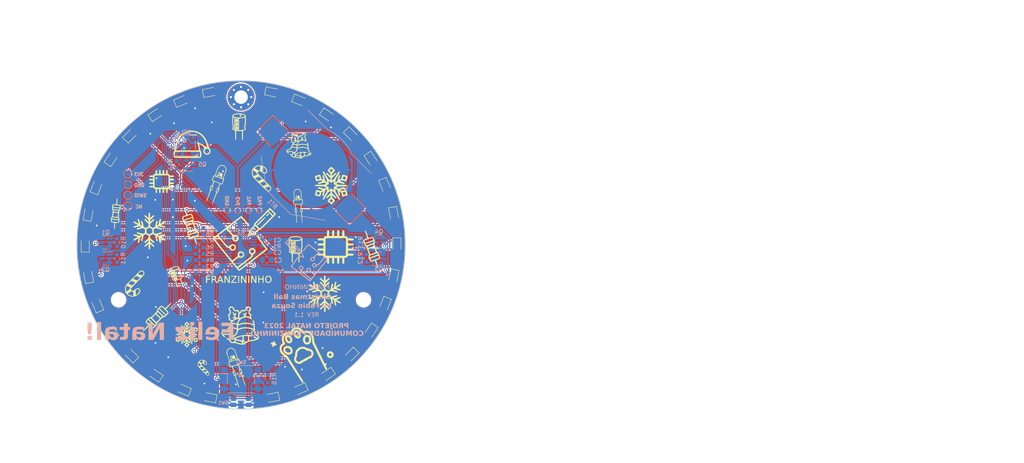
<source format=kicad_pcb>
(kicad_pcb (version 20221018) (generator pcbnew)
  (layers (0 "F.Cu" signal) (31 "B.Cu" signal) (34 "B.Paste" user) (35 "F.Paste" user) (36 "B.SilkS" user "B.Silkscreen") (37 "F.SilkS" user "F.Silkscreen") (38 "B.Mask" user) (39 "F.Mask" user) (44 "Edge.Cuts" user))
  (net 0 "")
  (net 1 "+3V3")
  (net 2 "GND")
  (net 3 "Net-(U1-PC3)")
  (net 4 "Net-(U1-PC4)")
  (net 5 "Net-(U1-PC5)")
  (net 6 "Net-(U1-PC6)")
  (net 7 "Net-(U1-PC7)")
  (net 8 "Net-(U1-NRST{slash}PD7)")
  (net 9 "Net-(U1-PC0)")
  (net 10 "Net-(U1-PC1)")
  (net 11 "Net-(U1-PC2)")
  (net 12 "SWIO")
  (net 13 "L1")
  (net 14 "Net-(D1-K)")
  (net 15 "L2")
  (net 16 "L3")
  (net 17 "L4")
  (net 18 "L5")
  (net 19 "L6")
  (net 20 "L7")
  (net 21 "L8")
  (net 22 "Net-(D10-K)")
  (net 23 "Net-(D16-K)")
  (net 24 "Net-(D23-K)")
  (net 25 "Net-(Q1-B)")
  (net 26 "Net-(Q2-B)")
  (net 27 "Net-(Q3-B)")
  (net 28 "Net-(Q4-B)")
  (net 29 "C1")
  (net 30 "C2")
  (net 31 "C3")
  (net 32 "C4")
  (net 34 "Net-(Q5-B)")
  (net 35 "Net-(BZ1-+)")
  (net 36 "BZR")
  (net 37 "BT")
  (net 38 "PA1")
  (net 39 "PA2")
  (footprint "LED_SMD:LED_0805_2012Metric" (layer "F.Cu") (at 107.95 133.1754 -157)
    (fp_text reference "D17" hide)
    (fp_text value "e17-21SURC/S530-A3/TR8" hide)
  )
  (footprint "LED_SMD:LED_0805_2012Metric" (layer "F.Cu") (at 124.841 78.74 -56)
    (fp_text reference "D26" hide)
    (fp_text value "e17-21SURC/S530-A3/TR8" hide)
  )
  (footprint "MountingHole:MountingHole_3.2mm_M3" (layer "F.Cu") (at 123 112)
    (fp_text reference "FURO2" hide)
    (fp_text value "MountingHole_3.2mm_M3" hide)
  )
  (footprint "LED_SMD:LED_0805_2012Metric" (layer "F.Cu") (at 63.2968 78.5368 56)
    (fp_text reference "D5" hide)
    (fp_text value "e17-21SURC/S530-A3/TR8" hide)
  )
  (footprint "MountingHole:MountingHole_3.2mm_M3" (layer "F.Cu") (at 65 112)
    (fp_text reference "FURO1" hide)
    (fp_text value "MountingHole_3.2mm_M3" hide)
  )
  (footprint "LED_SMD:LED_0805_2012Metric" (layer "F.Cu") (at 57.0992 99.0115 90)
    (fp_text reference "D8" hide)
    (fp_text value "e17-21SURC/S530-A3/TR8" hide)
  )
  (footprint "LED_SMD:LED_0805_2012Metric" (layer "F.Cu") (at 130.9116 99.0092 -90)
    (fp_text reference "D23" hide)
    (fp_text value "e17-21SURC/S530-A3/TR8" hide)
  )
  (footprint "LED_SMD:LED_0805_2012Metric" (layer "F.Cu") (at 120.0912 125.095 -135)
    (fp_text reference "D19" hide)
    (fp_text value "NCD0805G1" hide)
  )
  (footprint "LED_SMD:LED_0805_2012Metric" (layer "F.Cu") (at 114.427 129.7178 -146)
    (fp_text reference "D18" hide)
    (fp_text value "D-B080508B1-KS2" hide)
  )
  (footprint "LED_SMD:LED_0805_2012Metric" (layer "F.Cu") (at 101.3206 135.1534 -169)
    (fp_text reference "D16" hide)
    (fp_text value "NCD0805G1" hide)
  )
  (footprint "LED_SMD:LED_0805_2012Metric" (layer "F.Cu") (at 130.1242 106.5276 -101)
    (fp_text reference "D22" hide)
    (fp_text value "NCD0805G1" hide)
  )
  (footprint "LED_SMD:LED_0805_2012Metric" (layer "F.Cu") (at 120.0912 72.898 -45)
    (fp_text reference "D27" hide)
    (fp_text value "D-B080508B1-KS2" hide)
  )
  (footprint "LED_SMD:LED_0805_2012Metric" (layer "F.Cu") (at 67.7926 73.025 45)
    (fp_text reference "D4" hide)
    (fp_text value "D-B080508B1-KS2" hide)
  )
  (footprint "LED_SMD:LED_0805_2012Metric" (layer "F.Cu") (at 114.4778 68.3006 -34)
    (fp_text reference "D28" hide)
    (fp_text value "NCD0805G1" hide)
  )
  (footprint "LED_SMD:LED_0805_2012Metric" (layer "F.Cu") (at 101.3968 62.8396 -11)
    (fp_text reference "D30" hide)
    (fp_text value "D-B080508B1-KS2" hide)
  )
  (footprint "MountingHole:MountingHole_3.2mm_M3_Pad_Via" (layer "F.Cu") (at 94 64)
    (fp_text reference "REF**" hide)
    (fp_text value "MountingHole_3.2mm_M3_Pad_Via" hide)
  )
  (footprint "LED_SMD:LED_0805_2012Metric" (layer "F.Cu") (at 59.944 113.1824 113)
    (fp_text reference "D10" hide)
    (fp_text value "D-B080508B1-KS2" hide)
  )
  (footprint "LED_SMD:LED_0805_2012Metric" (layer "F.Cu") (at 128.0922 113.1062 -112)
    (fp_text reference "D21" hide)
    (fp_text value "D-B080508B1-KS2" hide)
  )
  (footprint "LED_SMD:LED_0805_2012Metric" (layer "F.Cu") (at 86.6648 62.8396 11)
    (fp_text reference "D1" hide)
    (fp_text value "D-B080508B1-KS2" hide)
  )
  (footprint "LED_SMD:LED_0805_2012Metric" (layer "F.Cu") (at 79.9338 64.897 23)
    (fp_text reference "D2" hide)
    (fp_text value "e17-21SURC/S530-A3/TR8" hide)
  )
  (footprint "LED_SMD:LED_0805_2012Metric" (layer "F.Cu") (at 67.9196 125.0925 135)
    (fp_text reference "D12" hide)
    (fp_text value "NCD0805G1" hide)
  )
  (footprint "LED_SMD:LED_0805_2012Metric" (layer "F.Cu") (at 73.8632 68.072 34)
    (fp_text reference "D3" hide)
    (fp_text value "NCD0805G1" hide)
  )
  (footprint "LED_SMD:LED_0805_2012Metric" (layer "F.Cu") (at 63.3984 119.5832 124)
    (fp_text reference "D11" hide)
    (fp_text value "e17-21SURC/S530-A3/TR8" hide)
  )
  (footprint "LED_SMD:LED_0805_2012Metric" (layer "F.Cu") (at 57.8358 91.5924 79)
    (fp_text reference "D7" hide)
    (fp_text value "D-B080508B1-KS2" hide)
  )
  (footprint "LED_SMD:LED_0805_2012Metric" (layer "F.Cu") (at 124.7394 119.4308 -124)
    (fp_text reference "D20" hide)
    (fp_text value "e17-21SURC/S530-A3/TR8" hide)
  )
  (footprint "LED_SMD:LED_0805_2012Metric" (layer "F.Cu") (at 107.8738 64.7954 -22)
    (fp_text reference "D29" hide)
    (fp_text value "e17-21SURC/S530-A3/TR8" hide)
  )
  (footprint "LED_SMD:LED_0805_2012Metric" (layer "F.Cu") (at 57.8307 106.3244 101)
    (fp_text reference "D9" hide)
    (fp_text value "NCD0805G1" hide)
  )
  (footprint "LED_SMD:LED_0805_2012Metric" (layer "F.Cu") (at 59.7694 85.217 68)
    (fp_text reference "D6" hide)
    (fp_text value "NCD0805G1" hide)
  )
  (footprint "Library:natal-franzininho" (layer "F.Cu") (at 93.972697 99.106635)
    (fp_text reference "G***" hide)
    (fp_text value "LOGO" hide)
  )
  (footprint "LED_SMD:LED_0805_2012Metric" (layer "F.Cu") (at 73.66 129.7686 146)
    (fp_text reference "D13" hide)
    (fp_text value "D-B080508B1-KS2" hide)
  )
  (footprint "LED_SMD:LED_0805_2012Metric" (layer "F.Cu") (at 128.1176 84.9376 -67)
    (fp_text reference "D25" hide)
    (fp_text value "NCD0805G1" hide)
  )
  (footprint "LED_SMD:LED_0805_2012Metric" (layer "F.Cu") (at 86.487 135.128 169)
    (fp_text reference "D15" hide)
    (fp_text value "NCD0805G1" hide)
  )
  (footprint "LED_SMD:LED_0805_2012Metric" (layer "F.Cu") (at 130.175 91.7194 -79)
    (fp_text reference "D24" hide)
    (fp_text value "D-B080508B1-KS2" hide)
  )
  (footprint "LED_SMD:LED_0805_2012Metric" (layer "F.Cu") (at 80.3148 133.2706 158)
    (fp_text reference "D14" hide)
    (fp_text value "e17-21SURC/S530-A3/TR8" hide)
  )
  (footprint "TestPoint:TestPoint_Pad_D1.0mm" (layer "B.Cu") (at 93.218 90.805 90)
    (fp_text reference "J7" hide)
    (fp_text value "Conn_01x01_Pin" hide)
  )
  (footprint "Resistor_SMD:R_0603_1608Metric_Pad0.98x0.95mm_HandSolder" (layer "B.Cu") (at 84.154 101.092 180)
    (fp_text reference "R5")
    (fp_text value "1K" hide)
  )
  (footprint "Library:PassiveBuzzerSMD_JiangsuHuaneng_MLT-5030" (layer "B.Cu") (at 80.6675 75.439 180)
    (fp_text reference "BZ1")
    (fp_text value "MLT-5030" hide)
  )
  (footprint "Resistor_SMD:R_0603_1608Metric_Pad0.98x0.95mm_HandSolder" (layer "B.Cu") (at 84.1775 102.616 180)
    (fp_text reference "R4")
    (fp_text value "1K" hide)
  )
  (footprint "Resistor_SMD:R_0603_1608Metric_Pad0.98x0.95mm_HandSolder" (layer "B.Cu") (at 99.9925 99.213 180)
    (fp_text reference "R1")
    (fp_text value "10K" hide)
  )
  (footprint "TestPoint:TestPoint_Pad_D1.0mm" (layer "B.Cu") (at 98.298 90.805 90)
    (fp_text reference "J5" hide)
    (fp_text value "Conn_01x01_Pin" hide)
  )
  (footprint "Resistor_SMD:R_0603_1608Metric_Pad0.98x0.95mm_HandSolder" (layer "B.Cu") (at 84.1775 104.14 180)
    (fp_text reference "R3")
    (fp_text value "1K" hide)
  )
  (footprint "Resistor_SMD:R_0603_1608Metric_Pad0.98x0.95mm_HandSolder" (layer "B.Cu") (at 84.154 96.52 180)
    (fp_text reference "R8")
    (fp_text value "1K" hide)
  )
  (footprint "TestPoint:TestPoint_Pad_D1.5mm" (layer "B.Cu") (at 67.183 89.789 -135)
    (fp_text reference "J1" hide)
    (fp_text value "Conn_01x01_Pin" hide)
  )
  (footprint "TestPoint:TestPoint_Pad_D1.5mm" (layer "B.Cu") (at 67.183 87.249 180)
    (fp_text reference "J4" hide)
    (fp_text value "Conn_01x01_Pin" hide)
  )
  (footprint "Resistor_SMD:R_0603_1608Metric_Pad0.98x0.95mm_HandSolder" (layer "B.Cu") (at 84.154 94.996 180)
    (fp_text reference "R9")
    (fp_text value "1K" hide)
  )
  (footprint "Capacitor_SMD:C_0603_1608Metric_Pad1.08x0.95mm_HandSolder" (layer "B.Cu") (at 99.969 100.737)
    (fp_text reference "C3")
    (fp_text value "100nF" hide)
  )
  (footprint "Resistor_SMD:R_0603_1608Metric_Pad0.98x0.95mm_HandSolder" (layer "B.Cu") (at 123.795 98.4015 -90)
    (fp_text reference "R13")
    (fp_text value "1K")
  )
  (footprint "Resistor_SMD:R_0603_1608Metric_Pad0.98x0.95mm_HandSolder" (layer "B.Cu") (at 78.74 80.01 -90)
    (fp_text reference "R14")
    (fp_text value "1K" hide)
  )
  (footprint "Resistor_SMD:R_0603_1608Metric_Pad0.98x0.95mm_HandSolder" (layer "B.Cu") (at 123.698 102.1455 -90)
    (fp_text reference "R12")
    (fp_text value "1K")
  )
  (footprint "TestPoint:TestPoint_Pad_D1.0mm" (layer "B.Cu") (at 90.678 90.805 90)
    (fp_text reference "J8" hide)
    (fp_text value "Conn_01x01_Pin" hide)
  )
  (footprint "Package_TO_SOT_SMD:SOT-23" (layer "B.Cu") (at 61.8975 102.235 180)
    (fp_text reference "Q2")
    (fp_text value "BC817" hide)
  )
  (footprint "Package_TO_SOT_SMD:SOT-23" (layer "B.Cu") (at 126.6675 102.235)
    (fp_text reference "Q3")
    (fp_text value "BC817" hide)
  )
  (footprint "Resistor_SMD:R_0603_1608Metric_Pad0.98x0.95mm_HandSolder" (layer "B.Cu") (at 100.33 130.683 90)
    (fp_text reference "R15")
    (fp_text value "10K" hide)
  )
  (footprint "Battery:BatteryHolder_Keystone_3002_1x2032" (layer "B.Cu") (at 110.617 81.28 135)
    (fp_text reference "BT1")
    (fp_text value "BC-2001" hide)
  )
  (footprint "Package_TO_SOT_SMD:SOT-23" (layer "B.Cu") (at 61.8975 98.425 180)
    (fp_text reference "Q1")
    (fp_text value "BC817" hide)
  )
  (footprint "Package_SO:TSSOP-20_4.4x6.5mm_P0.65mm" (layer "B.Cu") (at 94 100 180)
    (fp_text reference "U1")
    (fp_text value "CH32V003F4P6" hide)
  )
  (footprint "TestPoint:TestPoint_Pad_D1.5mm" (layer "B.Cu") (at 67.183 84.709 180)
    (fp_text reference "J3" hide)
    (fp_text value "Conn_01x01_Pin" hide)
  )
  (footprint "TestPoint:TestPoint_Pad_D1.5mm" (layer "B.Cu") (at 67.183 82.169 180)
    (fp_text reference "J2" hide)
    (fp_text value "Conn_01x01_Pin" hide)
  )
  (footprint "Resistor_SMD:R_0603_1608Metric_Pad0.98x0.95mm_HandSolder" (layer "B.Cu") (at 84.1775 105.664 180)
    (fp_text reference "R2")
    (fp_text value "1K" hide)
  )
  (footprint "Capacitor_SMD:C_0805_2012Metric_Pad1.18x1.45mm_HandSolder" (layer "B.Cu") (at 100.096 102.515)
    (fp_text reference "C2")
    (fp_text value "10uF" hide)
  )
  (footprint "Package_TO_SOT_SMD:SOT-23" (layer "B.Cu") (at 81.9375 79.95)
    (fp_text reference "Q5")
    (fp_text value "MMBT3906" hide)
  )
  (footprint "Resistor_SMD:R_0603_1608Metric_Pad0.98x0.95mm_HandSolder" (layer "B.Cu") (at 84.154 99.568 180)
    (fp_text reference "R6")
    (fp_text value "1K" hide)
  )
  (footprint "Button_Switch_SMD:SW_Push_1P1T_NO_6x6mm_H9.5mm" (layer "B.Cu") (at 93.98 130.81 180)
    (fp_text reference "SW2")
    (fp_text value "SW_Push" hide)
  )
  (footprint "Resistor_SMD:R_0603_1608Metric_Pad0.98x0.95mm_HandSolder" (layer "B.Cu") (at 84.154 98.044 180)
    (fp_text reference "R7")
    (fp_text value "1K" hide)
  )
  (footprint "Library:logoFranzininho_15x15" (layer "B.Cu") (at 109.784018 103.197014 180)
    (fp_text reference "G***" hide)
    (fp_text value "LOGO" hide)
  )
  (footprint "Button_Switch_SMD:SW_SPST_EVQP7A" (layer "B.Cu") (at 93.98 136.144 180)
    (fp_text reference "SW1")
    (fp_text value "SW_Push" hide)
  )
  (footprint "Resistor_SMD:R_0603_1608Metric_Pad0.98x0.95mm_HandSolder" (layer "B.Cu") (at 64.643 98.4015 90)
    (fp_text reference "R10")
    (fp_text value "1K" hide)
  )
  (footprint "Resistor_SMD:R_0603_1608Metric_Pad0.98x0.95mm_HandSolder" (layer "B.Cu") (at 64.643 102.2115 90)
    (fp_text reference "R11")
    (fp_text value "1K" hide)
  )
  (footprint "Capacitor_SMD:C_0603_1608Metric_Pad1.08x0.95mm_HandSolder" (layer "B.Cu") (at 99.9925 97.689 180)
    (fp_text reference "C1")
    (fp_text value "100nF" hide)
  )
  (footprint "Package_TO_SOT_SMD:SOT-23" (layer "B.Cu") (at 126.6675 98.298)
    (fp_text reference "Q4")
    (fp_text value "BC817" hide)
  )
  (footprint "TestPoint:TestPoint_Pad_D1.0mm" (layer "B.Cu") (at 95.758 90.805 90)
    (fp_text reference "J6" hide)
    (fp_text value "Conn_01x01_Pin" hide)
  )
  (gr_circle (center 94 99) (end 132.9 99) (stroke (width 0.2)) (fill none) (layer "Edge.Cuts"))
  (gr_text "GND" (at 90.17 89.916 -90) (layer "B.SilkS") (effects (font (size 0.8 0.8) (thickness 0.2) bold) (justify left bottom mirror)))
  (gr_text "PROJETO NATAL 2023" (at 109.4994 118.9228) (layer "B.SilkS") (effects (font (size 1.2 1.2) (thickness 0.25) bold) (justify bottom mirror)))
  (gr_text "3V3" (at 71.0438 82.7532) (layer "B.SilkS") (effects (font (size 0.8 0.8) (thickness 0.2) bold) (justify left bottom mirror)))
  (gr_text "by Fábio Souza" (at 115.4938 114.1476) (layer "B.SilkS") (effects (font (size 1.2 1.2) (thickness 0.2) bold) (justify left bottom mirror)))
  (gr_text "PA1" (at 95.377 89.789 -90) (layer "B.SilkS") (effects (font (size 0.8 0.8) (thickness 0.2) bold) (justify left bottom mirror)))
  (gr_text "3V3" (at 92.71 89.916 -90) (layer "B.SilkS") (effects (font (size 0.8 0.8) (thickness 0.2) bold) (justify left bottom mirror)))
  (gr_text "PA2" (at 97.917 89.789 -90) (layer "B.SilkS") (effects (font (size 0.8 0.8) (thickness 0.2) bold) (justify left bottom mirror)))
  (gr_text "NC" (at 70.739 90.424) (layer "B.SilkS") (effects (font (size 0.8 0.8) (thickness 0.2) bold) (justify left bottom mirror)))
  (gr_text "Christmas Ball" (at 115.3668 112.0394) (layer "B.SilkS") (effects (font (size 1.2 1.2) (thickness 0.2) bold) (justify left bottom mirror)))
  (gr_text "SWIO" (at 71.755 87.757) (layer "B.SilkS") (effects (font (size 0.8 0.8) (thickness 0.2) bold) (justify left bottom mirror)))
  (gr_text "COMUNIDADE FRANZININHO" (at 109.6518 120.7262) (layer "B.SilkS") (effects (font (size 1.2 1.2) (thickness 0.25) bold) (justify bottom mirror)))
  (gr_text "Feliz Natal!" (at 92.6846 122.174) (layer "B.SilkS") (effects (font (size 4 4) (thickness 0.25) bold) (justify left bottom mirror)))
  (gr_text "GND" (at 71.247 85.344) (layer "B.SilkS") (effects (font (size 0.8 0.8) (thickness 0.2) bold) (justify left bottom mirror)))
  (gr_text "REV 1.1" (at 112.5474 116.1288) (layer "B.SilkS") (effects (font (size 1 1)) (justify left bottom mirror)))
  (segment (start 120.9122 89.0868) (end 120.9122 78.5142) (width 0.25) (layer "B.Cu") (net 1))
  (segment (start 76.3771 72.4222) (end 78.7914 72.4222) (width 0.25) (layer "B.Cu") (net 1))
  (segment (start 100.8407 100.7278) (end 100.8315 100.737) (width 0.25) (layer "B.Cu") (net 1))
  (segment (start 120.9122 78.5142) (end 114.4154 72.0174) (width 0.25) (layer "B.Cu") (net 1))
  (segment (start 81.8108 75.4416) (end 81.8108 76.3121) (width 0.25) (layer "B.Cu") (net 1))
  (segment (start 100.905 99.213) (end 100.905 100.664) (width 0.254) (layer "B.Cu") (net 1))
  (segment (start 128.9925 104.597864) (end 128.778 104.383364) (width 0.381) (layer "B.Cu") (net 1))
  (segment (start 128.778 100.163528) (end 129.203 99.738527) (width 0.381) (layer "B.Cu") (net 1))
  (segment (start 99.334 102.515) (end 99.0585 102.515) (width 0.25) (layer "B.Cu") (net 1))
  (segment (start 128.529436 105.7158) (end 128.9925 105.252736) (width 0.381) (layer "B.Cu") (net 1))
  (segment (start 128.778 104.383364) (end 128.778 100.163528) (width 0.381) (layer "B.Cu") (net 1))
  (segment (start 82.5579 75.565) (end 88.206 75.565) (width 0.25) (layer "B.Cu") (net 1))
  (segment (start 81 77.1229) (end 81.8108 76.3121) (width 0.25) (layer "B.Cu") (net 1))
  (segment (start 104.0251 126.0754) (end 104.0251 105.6522) (width 0.25) (layer "B.Cu") (net 1))
  (segment (start 104.0251 105.6522) (end 102.88195 104.50905) (width 0.381) (layer "B.Cu") (net 1))
  (segment (start 67.183 82.169) (end 67.183 81.6163) (width 0.25) (layer "B.Cu") (net 1))
  (segment (start 104.0251 105.6522) (end 104.0887 105.7158) (width 0.381) (layer "B.Cu") (net 1))
  (segment (start 129.203 99.738527) (end 129.203 97.3776) (width 0.381) (layer "B.Cu") (net 1))
  (segment (start 100.905 100.664) (end 100.8503 100.7187) (width 0.254) (layer "B.Cu") (net 1))
  (segment (start 99.334 102.388) (end 99.334 102.515) (width 0.25) (layer "B.Cu") (net 1))
  (segment (start 100.8412 100.7278) (end 100.832 100.737) (width 0.254) (layer "B.Cu") (net 1))
  (segment (start 100.8503 100.7187) (end 100.8412 100.7278) (width 0.254) (layer "B.Cu") (net 1))
  (segment (start 102.1319 103.759) (end 99.187 103.759) (width 0.381) (layer "B.Cu") (net 1))
  (segment (start 100.8315 100.737) (end 102.007 100.737) (width 0.25) (layer "B.Cu") (net 1))
  (segment (start 114.4154 72.0174) (end 105.4231 72.0174) (width 0.25) (layer "B.Cu") (net 1))
  (segment (start 129.203 97.3776) (end 120.9122 89.0868) (width 0.381) (layer "B.Cu") (net 1))
  (segment (start 101.566 72.229) (end 93.218 80.577) (width 0.508) (layer "B.Cu") (net 1))
  (segment (start 102.235 103.8621) (end 102.88195 104.50905) (width 0.25) (layer "B.Cu") (net 1))
  (segment (start 67.183 81.6163) (end 76.3771 72.4222) (width 0.25) (layer "B.Cu") (net 1))
  (segment (start 102.235 100.965) (end 102.235 103.8621) (width 0.25) (layer "B.Cu") (net 1))
  (segment (start 93.218 80.577) (end 93.218 90.805) (width 0.508) (layer "B.Cu") (net 1))
  (segment (start 99.3605 102.362) (end 99.334 102.388) (width 0.254) (layer "B.Cu") (net 1))
  (segment (start 99.3599 102.5409) (end 99.334 102.515) (width 0.25) (layer "B.Cu") (net 1))
  (segment (start 99.187 103.759) (end 99.0585 103.6305) (width 0.381) (layer "B.Cu") (net 1))
  (segment (start 101.566 72.229) (end 103.6004 70.1946) (width 0.25) (layer "B.Cu") (net 1))
  (segment (start 100.905 99.213) (end 100.63 99.213) (width 0.254) (layer "B.Cu") (net 1))
  (segment (start 100.8412 100.7278) (end 100.8407 100.7278) (width 0.25) (layer "B.Cu") (net 1))
  (segment (start 81 79) (end 81 77.1229) (width 0.25) (layer "B.Cu") (net 1))
  (segment (start 104.0887 105.7158) (end 128.529436 105.7158) (width 0.381) (layer "B.Cu") (net 1))
  (segment (start 99.4869 102.5409) (end 99.3599 102.5409) (width 0.25) (layer "B.Cu") (net 1))
  (segment (start 88.206 75.565) (end 93.218 80.577) (width 0.25) (layer "B.Cu") (net 1))
  (segment (start 99.3605 102.261) (end 99.3605 102.362) (width 0.254) (layer "B.Cu") (net 1))
  (segment (start 99.0585 103.6305) (end 99.0585 102.515) (width 0.381) (layer "B.Cu") (net 1))
  (segment (start 105.4231 72.0174) (end 103.6004 70.1946) (width 0.25) (layer "B.Cu") (net 1))
  (segment (start 102.88195 104.50905) (end 102.1319 103.759) (width 0.381) (layer "B.Cu") (net 1))
  (segment (start 128.9925 105.252736) (end 128.9925 104.597864) (width 0.381) (layer "B.Cu") (net 1))
  (segment (start 100.33 129.7705) (end 104.0251 126.0754) (width 0.25) (layer "B.Cu") (net 1))
  (segment (start 100.989 100.7187) (end 100.8503 100.7187) (width 0.25) (layer "B.Cu") (net 1))
  (segment (start 99.0585 102.515) (end 98.8185 102.275) (width 0.254) (layer "B.Cu") (net 1))
  (segment (start 78.7914 72.4222) (end 81.8108 75.4416) (width 0.25) (layer "B.Cu") (net 1))
  (segment (start 81.8108 76.3121) (end 82.5579 75.565) (width 0.25) (layer "B.Cu") (net 1))
  (segment (start 102.007 100.737) (end 102.235 100.965) (width 0.25) (layer "B.Cu") (net 1))
  (segment (start 98.8185 102.275) (end 96.8625 102.275) (width 0.254) (layer "B.Cu") (net 1))
  (segment (start 119.668 90.331) (end 120.9122 89.0868) (width 0.25) (layer "B.Cu") (net 1))
  (via (at 77.851 88.265) (size 0.8) (drill 0.4) (layers "F.Cu" "B.Cu") (net 2))
  (via (at 81.28 102.743) (size 0.8) (drill 0.4) (layers "F.Cu" "B.Cu") (net 2))
  (via (at 76.7588 125.603) (size 0.8) (drill 0.4) (layers "F.Cu" "B.Cu") (net 2))
  (via (at 102.997 92.4052) (size 0.8) (drill 0.4) (layers "F.Cu" "B.Cu") (net 2))
  (via (at 99.2632 117.3734) (size 0.8) (drill 0.4) (layers "F.Cu" "B.Cu") (net 2))
  (via (at 85.3186 131.826) (size 0.8) (drill 0.4) (layers "F.Cu" "B.Cu") (net 2))
  (via (at 114.046 127.254) (size 0.8) (drill 0.4) (layers "F.Cu" "B.Cu") (net 2))
  (via (at 73.6854 88.3158) (size 0.8) (drill 0.4) (layers "F.Cu" "B.Cu") (net 2))
  (via (at 77.724 83.439) (size 0.8) (drill 0.4) (layers "F.Cu" "B.Cu") (net 2))
  (via (at 115.2906 71.1708) (size 0.8) (drill 0.4) (layers "F.Cu" "B.Cu") (net 2))
  (via (at 78.1304 70.1802) (size 0.8) (drill 0.4) (layers "F.Cu" "B.Cu") (net 2))
  (via (at 71.9328 101.9302) (size 0.8) (drill 0.4) (layers "F.Cu" "B.Cu") (net 2))
  (via (at 89.7382 81.5594) (size 0.8) (drill 0.4) (layers "F.Cu" "B.Cu") (net 2))
  (via (at 92.8116 132.0038) (size 0.8) (drill 0.4) (layers "F.Cu" "B.Cu") (net 2))
  (via (at 73.8378 113.7158) (size 0.8) (drill 0.4) (layers "F.Cu" "B.Cu") (net 2))
  (via (at 109.3216 69.7738) (size 0.8) (drill 0.4) (layers "F.Cu" "B.Cu") (net 2))
  (via (at 99.3394 110.236) (size 0.8) (drill 0.4) (layers "F.Cu" "B.Cu") (net 2))
  (via (at 80.899 99.314) (size 0.8) (drill 0.4) (layers "F.Cu" "B.Cu") (net 2))
  (via (at 73.9902 83.2358) (size 0.8) (drill 0.4) (layers "F.Cu" "B.Cu") (net 2))
  (via (at 108.4072 128.4986) (size 0.8) (drill 0.4) (layers "F.Cu" "B.Cu") (net 2))
  (via (at 77.851 92.456) (size 0.8) (drill 0.4) (layers "F.Cu" "B.Cu") (net 2))
  (via (at 111.633 98.425) (size 0.8) (drill 0.4) (layers "F.Cu" "B.Cu") (net 2))
  (via (at 109.6518 109.982) (size 0.8) (drill 0.4) (layers "F.Cu" "B.Cu") (net 2))
  (via (at 83.1342 66.6496) (size 0.8) (drill 0.4) (layers "F.Cu" "B.Cu") (net 2))
  (via (at 73.7616 122.1994) (size 0.8) (drill 0.4) (layers "F.Cu" "B.Cu") (net 2))
  (via (at 72.517 72.6694) (size 0.8) (drill 0.4) (layers "F.Cu" "B.Cu") (net 2))
  (via (at 87.0712 69.977) (size 0.8) (drill 0.4) (layers "F.Cu" "B.Cu") (net 2))
  (via (at 59.817 94.4118) (size 0.8) (drill 0.4) (layers "F.Cu" "B.Cu") (net 2))
  (via (at 80.518 76.073) (size 0.8) (drill 0.4) (layers "F.Cu" "B.Cu") (net 2))
  (via (at 93.8784 68.3768) (size 0.8) (drill 0.4) (layers "F.Cu" "B.Cu") (net 2))
  (via (at 82.423 108.712) (size 0.8) (drill 0.4) (layers "F.Cu" "B.Cu") (net 2))
  (via (at 121.158 97.155) (size 0.8) (drill 0.4) (layers "F.Cu" "B.Cu") (net 2))
  (via (at 83.058 88.519) (size 0.8) (drill 0.4) (layers "F.Cu" "B.Cu") (net 2))
  (segment (start 62.835 106.2015) (end 62.835 103.185) (width 0.25) (layer "B.Cu") (net 2))
  (segment (start 62.835 99.375) (end 62.3217 99.375) (width 0.25) (layer "B.Cu") (net 2))
  (segment (start 87.9445 131.311) (end 62.835 106.2015) (width 0.25) (layer "B.Cu") (net 2))
  (segment (start 93.9694 94.0964) (end 93.9694 98.8142) (width 0.25) (layer "B.Cu") (net 2))
  (segment (start 99.1065 100.737) (end 100.884 102.515) (width 0.254) (layer "B.Cu") (net 2))
  (segment (start 82.6175 77.089) (end 82.6175 77.8659) (width 0.25) (layer "B.Cu") (net 2))
  (segment (start 97.955 134.7928) (end 95.8838 136.864) (width 0.25) (layer "B.Cu") (net 2))
  (segment (start 128.6875 99.525) (end 128.6875 97.9161) (width 0.25) (layer "B.Cu") (net 2))
  (segment (start 110.617 85.3486) (end 110.617 81.28) (width 0.25) (layer "B.Cu") (net 2))
  (segment (start 110.617 85.3486) (end 99.3193 85.3486) (width 0.25) (layer "B.Cu") (net 2))
  (segment (start 63.8085 98.4015) (end 62.835 99.375) (width 0.25) (layer "B.Cu") (net 2))
  (segment (start 94.3833 91.7987) (end 93.4925 92.6895) (width 0.25) (layer "B.Cu") (net 2))
  (segment (start 99.3193 85.3486) (end 94.3833 90.2846) (width 0.25) (layer "B.Cu") (net 2))
  (segment (start 88.9622 130.0848) (end 88.9622 130.9104) (width 0.25) (layer "B.Cu") (net 2))
  (segment (start 92.5625 92.6895) (end 90.678 90.805) (width 0.25) (layer "B.Cu") (net 2))
  (segment (start 65.026 98.4015) (end 63.8085 98.4015) (width 0.25) (layer "B.Cu") (net 2))
  (segment (start 99.903 99.9405) (end 99.1065 100.737) (width 0.25) (layer "B.Cu") (net 2))
  (segment (start 65.4458 86.4462) (end 65.4458 97.9817) (width 0.25) (layer "B.Cu") (net 2))
  (segment (start 121.1554 95.887) (end 110.617 85.3486) (width 0.25) (layer "B.Cu") (net 2))
  (segment (start 62.2909 106.7456) (end 62.835 106.2015) (width 0.25) (layer "B.Cu") (net 2))
  (segment (start 88.8973 130.9753) (end 88.5616 131.311) (width 0.25) (layer "B.Cu") (net 2))
  (segment (start 90.678 85.9264) (end 90.678 90.805) (width 0.25) (layer "B.Cu") (net 2))
  (segment (start 59.845 101.8517) (end 59.845 106.1037) (width 0.25) (layer "B.Cu") (net 2))
  (segment (start 95.8838 136.864) (end 95.78 136.864) (width 0.25) (layer "B.Cu") (net 2))
  (segment (start 100.884 102.515) (end 101.1335 102.515) (width 0.254) (layer "B.Cu") (net 2))
  (segment (start 92.5625 92.6895) (end 93.9694 94.0964) (width 0.25) (layer "B.Cu") (net 2))
  (segment (start 60.4869 106.7456) (end 62.2909 106.7456) (width 0.25) (layer "B.Cu") (net 2))
  (segment (start 88.9622 130.9104) (end 88.8973 130.9753) (width 0.25) (layer "B.Cu") (net 2))
  (segment (start 101.1335 102.515) (end 101.134 102.515) (width 0.254) (layer "B.Cu") (net 2))
  (segment (start 82.6175 77.8659) (end 90.678 85.9264) (width 0.25) (layer "B.Cu") (net 2))
  (segment (start 124.269 95.887) (end 121.1554 95.887) (width 0.25) (layer "B.Cu") (net 2))
  (segment (start 94.3833 90.2846) (end 94.3833 91.7987) (width 0.25) (layer "B.Cu") (net 2))
  (segment (start 125.73 101.285) (end 126.9275 101.285) (width 0.25) (layer "B.Cu") (net 2))
  (segment (start 93.9694 98.8142) (end 96.1302 100.975) (width 0.25) (layer "B.Cu") (net 2))
  (segment (start 90.005 132.0831) (end 88.8973 130.9753) (width 0.25) (layer "B.Cu") (net 2))
  (segment (start 88.5616 131.311) (end 87.9445 131.311) (width 0.25) (layer "B.Cu") (net 2))
  (segment (start 62.3217 99.375) (end 59.845 101.8517) (width 0.25) (layer "B.Cu") (net 2))
  (segment (start 88.9031 130.0257) (end 88.9622 130.0848) (width 0.25) (layer "B.Cu") (net 2))
  (segment (start 67.183 84.709) (end 65.4458 86.4462) (width 0.25) (layer "B.Cu") (net 2))
  (segment (start 90.005 133.06) (end 90.005 132.0831) (width 0.25) (layer "B.Cu") (net 2))
  (segment (start 126.9275 101.285) (end 128.6875 99.525) (width 0.25) (layer "B.Cu") (net 2))
  (segment (start 128.1194 97.348) (end 125.73 97.348) (width 0.25) (layer "B.Cu") (net 2))
  (segment (start 92.18 136.864) (end 92.0716 136.864) (width 0.25) (layer "B.Cu") (net 2))
  (segment (start 96.1302 100.975) (end 88.9031 108.2021) (width 0.25) (layer "B.Cu") (net 2))
  (segment (start 92.0716 136.864) (end 90.005 134.7974) (width 0.25) (layer "B.Cu") (net 2))
  (segment (start 99.903 98.641) (end 99.903 99.9405) (width 0.25) (layer "B.Cu") (net 2))
  (segment (start 100.855 97.689) (end 99.903 98.641) (width 0.25) (layer "B.Cu") (net 2))
  (segment (start 88.9031 108.2021) (end 88.9031 130.0257) (width 0.25) (layer "B.Cu") (net 2))
  (segment (start 125.73 97.348) (end 124.269 95.887) (width 0.25) (layer "B.Cu") (net 2))
  (segment (start 95.78 136.864) (end 92.18 136.864) (width 0.25) (layer "B.Cu") (net 2))
  (segment (start 93.4925 92.6895) (end 92.5625 92.6895) (width 0.25) (layer "B.Cu") (net 2))
  (segment (start 96.8625 100.975) (end 96.1302 100.975) (width 0.25) (layer "B.Cu") (net 2))
  (segment (start 97.955 133.06) (end 97.955 134.7928) (width 0.25) (layer "B.Cu") (net 2))
  (segment (start 96.8625 100.975) (end 98.8685 100.975) (width 0.254) (layer "B.Cu") (net 2))
  (segment (start 128.6875 97.9161) (end 128.1194 97.348) (width 0.25) (layer "B.Cu") (net 2))
  (segment (start 65.4458 97.9817) (end 65.026 98.4015) (width 0.25) (layer "B.Cu") (net 2))
  (segment (start 59.845 106.1037) (end 60.4869 106.7456) (width 0.25) (layer "B.Cu") (net 2))
  (segment (start 90.005 134.7974) (end 90.005 133.06) (width 0.25) (layer "B.Cu") (net 2))
  (segment (start 98.8685 100.975) (end 99.1065 100.737) (width 0.254) (layer "B.Cu") (net 2))
  (segment (start 85.0795 101.079) (end 85.0665 101.092) (width 0.254) (layer "B.Cu") (net 3))
  (segment (start 85.6477 101.625) (end 91.1375 101.625) (width 0.25) (layer "B.Cu") (net 3))
  (segment (start 85.0952 101.0725) (end 85.0795 101.079) (width 0.254) (layer "B.Cu") (net 3))
  (segment (start 85.1109 101.066) (end 85.0952 101.0725) (width 0.254) (layer "B.Cu") (net 3))
  (segment (start 85.0952 101.0725) (end 85.6477 101.625) (width 0.25) (layer "B.Cu") (net 3))
  (segment (start 86.4735 100.975) (end 85.0665 99.568) (width 0.25) (layer "B.Cu") (net 4))
  (segment (start 91.1375 100.975) (end 86.4735 100.975) (width 0.25) (layer "B.Cu") (net 4))
  (segment (start 91.1375 100.325) (end 87.3475 100.325) (width 0.25) (layer "B.Cu") (net 5))
  (segment (start 87.3475 100.325) (end 85.0665 98.044) (width 0.25) (layer "B.Cu") (net 5))
  (segment (start 91.1375 99.675) (end 88.2215 99.675) (width 0.25) (layer "B.Cu") (net 6))
  (segment (start 88.2215 99.675) (end 85.0665 96.52) (width 0.25) (layer "B.Cu") (net 6))
  (segment (start 89.0955 99.025) (end 85.0665 94.996) (width 0.25) (layer "B.Cu") (net 7))
  (segment (start 91.1375 99.025) (end 89.0955 99.025) (width 0.25) (layer "B.Cu") (net 7))
  (segment (start 99.08 99.213) (end 99.08 97.739) (width 0.254) (layer "B.Cu") (net 8))
  (segment (start 99.08 97.739) (end 99.13 97.689) (width 0.254) (layer "B.Cu") (net 8))
  (segment (start 99.044 97.603) (end 99.13 97.689) (width 0.254) (layer "B.Cu") (net 8))
  (segment (start 99.08 99.213) (end 98.892 99.025) (width 0.254) (layer "B.Cu") (net 8))
  (segment (start 98.892 99.025) (end 96.8625 99.025) (width 0.254) (layer "B.Cu") (net 8))
  (segment (start 96.8856 103.7626) (end 88.1517 103.7626) (width 0.25) (layer "F.Cu") (net 9))
  (via (at 88.1517 103.7626) (size 0.8) (drill 0.4) (layers "F.Cu" "B.Cu") (net 9))
  (via (at 96.8856 103.7626) (size 0.8) (drill 0.4) (layers "F.Cu" "B.Cu") (net 9))
  (segment (start 85.09 105.664) (end 86.2503 105.664) (width 0.25) (layer "B.Cu") (net 9))
  (segment (start 96.8625 102.925) (end 96.8856 102.9481) (width 0.25) (layer "B.Cu") (net 9))
  (segment (start 86.2503 105.664) (end 88.1517 103.7626) (width 0.25) (layer "B.Cu") (net 9))
  (segment (start 96.8856 102.9481) (end 96.8856 103.7626) (width 0.25) (layer "B.Cu") (net 9))
  (segment (start 86.305 102.925) (end 85.09 104.14) (width 0.25) (layer "B.Cu") (net 10))
  (segment (start 91.1375 102.925) (end 86.305 102.925) (width 0.25) (layer "B.Cu") (net 10))
  (segment (start 91.1375 102.275) (end 85.431 102.275) (width 0.25) (layer "B.Cu") (net 11))
  (segment (start 85.431 102.275) (end 85.09 102.616) (width 0.25) (layer "B.Cu") (net 11))
  (segment (start 78.3976 73.3725) (end 79.0098 73.9847) (width 0.25) (layer "B.Cu") (net 12))
  (segment (start 78.6136 75.8429) (end 77.7033 75.8429) (width 0.25) (layer "B.Cu") (net 12))
  (segment (start 77.2415 76.3047) (end 77.2415 81.7393) (width 0.25) (layer "B.Cu") (net 12))
  (segment (start 79.0098 75.4467) (end 78.6136 75.8429) (width 0.25) (layer "B.Cu") (net 12))
  (segment (start 90.4309 98.375) (end 91.1375 98.375) (width 0.25) (layer "B.Cu") (net 12))
  (segment (start 77.2415 81.7393) (end 80.8379 85.3357) (width 0.25) (layer "B.Cu") (net 12))
  (segment (start 80.8379 88.782) (end 90.4309 98.375) (width 0.25) (layer "B.Cu") (net 12))
  (segment (start 67.183 87.249) (end 75.3166 79.1154) (width 0.25) (layer "B.Cu") (net 12))
  (segment (start 75.3166 74.8929) (end 76.837 73.3725) (width 0.25) (layer "B.Cu") (net 12))
  (segment (start 79.0098 73.9847) (end 79.0098 75.4467) (width 0.25) (layer "B.Cu") (net 12))
  (segment (start 76.837 73.3725) (end 78.3976 73.3725) (width 0.25) (layer "B.Cu") (net 12))
  (segment (start 80.8379 85.3357) (end 80.8379 88.782) (width 0.25) (layer "B.Cu") (net 12))
  (segment (start 75.3166 79.1154) (end 75.3166 74.8929) (width 0.25) (layer "B.Cu") (net 12))
  (segment (start 77.7033 75.8429) (end 77.2415 76.3047) (width 0.25) (layer "B.Cu") (net 12))
  (segment (start 96.012 69.723) (end 98.679 67.056) (width 0.25) (layer "F.Cu") (net 13))
  (segment (start 131.3693 106.1415) (end 131.3693 105.1927) (width 0.25) (layer "F.Cu") (net 13))
  (segment (start 98.679 67.056) (end 98.679 62.3139) (width 0.25) (layer "F.Cu") (net 13))
  (segment (start 129.9413 107.4471) (end 130.0637 107.4471) (width 0.25) (layer "F.Cu") (net 13))
  (segment (start 98.679 62.3139) (end 99.441 61.5519) (width 0.25) (layer "F.Cu") (net 13))
  (segment (start 87.585075 62.660717) (end 87.585075 66.757075) (width 0.25) (layer "F.Cu") (net 13))
  (segment (start 100.9501 61.5519) (end 99.441 61.5519) (width 0.25) (layer "F.Cu") (net 13))
  (segment (start 90.551 69.723) (end 96.012 69.723) (width 0.25) (layer "F.Cu") (net 13))
  (segment (start 57.8617 105.191) (end 57.6478 105.4049) (width 0.25) (layer "F.Cu") (net 13))
  (segment (start 77.263 105.191) (end 57.8617 105.191) (width 0.25) (layer "F.Cu") (net 13))
  (segment (start 78.111 74.1141) (end 87.585075 64.640025) (width 0.25) (layer "F.Cu") (net 13))
  (segment (start 102.3163 62.9181) (end 100.9501 61.5519) (width 0.25) (layer "F.Cu") (net 13))
  (segment (start 127.8883 104.1918) (end 126.8891 105.191) (width 0.25) (layer "F.Cu") (net 13))
  (segment (start 87.585075 64.640025) (end 87.585075 62.660717) (width 0.25) (layer "F.Cu") (net 13))
  (segment (start 130.0637 107.4471) (end 131.3693 106.1415) (width 0.25) (layer "F.Cu") (net 13))
  (segment (start 87.585075 66.757075) (end 90.551 69.723) (width 0.25) (layer "F.Cu") (net 13))
  (segment (start 130.3684 104.1918) (end 127.8883 104.1918) (width 0.25) (layer "F.Cu") (net 13))
  (segment (start 102.3163 63.0225) (end 102.3163 62.9181) (width 0.25) (layer "F.Cu") (net 13))
  (segment (start 126.8891 105.191) (end 77.263 105.191) (width 0.25) (layer "F.Cu") (net 13))
  (segment (start 131.3693 105.1927) (end 130.3684 104.1918) (width 0.25) (layer "F.Cu") (net 13))
  (via (at 77.263 105.191) (size 0.8) (drill 0.4) (layers "F.Cu" "B.Cu") (net 13))
  (via (at 78.111 74.1141) (size 0.8) (drill 0.4) (layers "F.Cu" "B.Cu") (net 13))
  (segment (start 83.265 105.664) (end 83.265 112.3446) (width 0.25) (layer "B.Cu") (net 13))
  (segment (start 76.806 74.0448) (end 78.0417 74.0448) (width 0.25) (layer "B.Cu") (net 13))
  (segment (start 79.1922 115.1542) (end 77.263 113.225) (width 0.25) (layer "B.Cu") (net 13))
  (segment (start 77.263 113.225) (end 77.263 105.191) (width 0.25) (layer "B.Cu") (net 13))
  (segment (start 75.8831 74.9677) (end 76.806 74.0448) (width 0.25) (layer "B.Cu") (net 13))
  (segment (start 83.265 112.3446) (end 80.4554 115.1542) (width 0.25) (layer "B.Cu") (net 13))
  (segment (start 75.8831 103.8111) (end 75.8831 74.9677) (width 0.25) (layer "B.Cu") (net 13))
  (segment (start 77.263 105.191) (end 75.8831 103.8111) (width 0.25) (layer "B.Cu") (net 13))
  (segment (start 80.4554 115.1542) (end 79.1922 115.1542) (width 0.25) (layer "B.Cu") (net 13))
  (segment (start 78.0417 74.0448) (end 78.111 74.1141) (width 0.25) (layer "B.Cu") (net 13))
  (segment (start 62.7186 79.2589) (end 62.776 79.3163) (width 0.25) (layer "F.Cu") (net 14))
  (segment (start 67.1297 72.1632) (end 67.1297 73.6879) (width 0.25) (layer "F.Cu") (net 14))
  (segment (start 80.7713 63.0225) (end 79.0677 64.7261) (width 0.25) (layer "F.Cu") (net 14))
  (segment (start 56.036 98.8858) (end 56.036 94.1288) (width 0.25) (layer "F.Cu") (net 14))
  (segment (start 74.5449 66.0247) (end 73.0837 67.4859) (width 0.25) (layer "F.Cu") (net 14))
  (segment (start 59.0261 83.0662) (end 59.0261 85.6986) (width 0.25) (layer "F.Cu") (net 14))
  (segment (start 79.0677 64.7261) (end 79.0677 65.2558) (width 0.25) (layer "F.Cu") (net 14))
  (segment (start 78.2988 66.0247) (end 74.5449 66.0247) (width 0.25) (layer "F.Cu") (net 14))
  (segment (start 73.0837 68.5928) (end 70.7001 68.5928) (width 0.25) (layer "F.Cu") (net 14))
  (segment (start 62.776 79.3163) (end 59.0261 83.0662) (width 0.25) (layer "F.Cu") (net 14))
  (segment (start 59.4106 86.0831) (end 56.9464 88.5473) (width 0.25) (layer "F.Cu") (net 14))
  (segment (start 57.0992 99.949) (end 56.036 98.8858) (width 0.25) (layer "F.Cu") (net 14))
  (segment (start 62.7186 77.3531) (end 62.7186 79.2589) (width 0.25) (layer "F.Cu") (net 14))
  (segment (start 56.9464 91.8054) (end 57.6529 92.5119) (width 0.25) (layer "F.Cu") (net 14))
  (segment (start 56.9464 88.5473) (end 56.9464 91.8054) (width 0.25) (layer "F.Cu") (net 14))
  (segment (start 59.0261 85.6986) (end 59.4106 86.0831) (width 0.25) (layer "F.Cu") (net 14))
  (segment (start 67.1297 73.6879) (end 66.3838 73.6879) (width 0.25) (layer "F.Cu") (net 14))
  (segment (start 59.5622 98.6063) (end 58.2195 99.949) (width 0.25) (layer "F.Cu") (net 14))
  (segment (start 58.2195 99.949) (end 57.0992 99.949) (width 0.25) (layer "F.Cu") (net 14))
  (segment (start 70.7001 68.5928) (end 67.1297 72.1632) (width 0.25) (layer "F.Cu") (net 14))
  (segment (start 56.036 94.1288) (end 57.6529 92.5119) (width 0.25) (layer "F.Cu") (net 14))
  (segment (start 85.7453 63.0225) (end 80.7713 63.0225) (width 0.25) (layer "F.Cu") (net 14))
  (segment (start 73.0837 67.4859) (end 73.0837 68.5928) (width 0.25) (layer "F.Cu") (net 14))
  (segment (start 79.0677 65.2558) (end 78.2988 66.0247) (width 0.25) (layer "F.Cu") (net 14))
  (segment (start 66.3838 73.6879) (end 62.7186 77.3531) (width 0.25) (layer "F.Cu") (net 14))
  (via (at 59.5622 98.6063) (size 0.8) (drill 0.4) (layers "F.Cu" "B.Cu") (net 14))
  (segment (start 59.7435 98.425) (end 59.5622 98.6063) (width 0.25) (layer "B.Cu") (net 14))
  (segment (start 60.96 98.425) (end 59.7435 98.425) (width 0.25) (layer "B.Cu") (net 14))
  (segment (start 127.5238 114.1819) (end 127.7334 113.9723) (width 0.25) (layer "F.Cu") (net 15))
  (segment (start 119.0498 116.1796) (end 117.0521 114.1819) (width 0.25) (layer "F.Cu") (net 15))
  (segment (start 117.0521 114.1819) (end 116.1796 114.1819) (width 0.25) (layer "F.Cu") (net 15))
  (segment (start 78.2638 74.841) (end 78.4415 74.841) (width 0.25) (layer "F.Cu") (net 15))
  (segment (start 77.3841 73.8131) (end 77.3841 74.4151) (width 0.25) (layer "F.Cu") (net 15))
  (segment (start 102.0883 71.8058) (end 108.7399 65.1542) (width 0.25) (layer "F.Cu") (net 15))
  (segment (start 126.867365 113.975435) (end 124.6632 116.1796) (width 0.25) (layer "F.Cu") (net 15))
  (segment (start 80.7999 70.3973) (end 77.3841 73.8131) (width 0.25) (layer "F.Cu") (net 15))
  (segment (start 80.7999 64.5382) (end 80.7999 70.3973) (width 0.25) (layer "F.Cu") (net 15))
  (segment (start 127.741006 113.975435) (end 126.867365 113.975435) (width 0.25) (layer "F.Cu") (net 15))
  (segment (start 81.3566 106.1074) (end 89.4311 114.1819) (width 0.25) (layer "F.Cu") (net 15))
  (segment (start 59.57769 112.319427) (end 59.57769 110.44991) (width 0.25) (layer "F.Cu") (net 15))
  (segment (start 81.4767 71.8058) (end 102.0883 71.8058) (width 0.25) (layer "F.Cu") (net 15))
  (segment (start 81.3428 106.1212) (end 81.3566 106.1074) (width 0.25) (layer "F.Cu") (net 15))
  (segment (start 89.4311 114.1819) (end 116.1796 114.1819) (width 0.25) (layer "F.Cu") (net 15))
  (segment (start 124.6632 116.1796) (end 119.0498 116.1796) (width 0.25) (layer "F.Cu") (net 15))
  (segment (start 59.57769 110.44991) (end 63.9064 106.1212) (width 0.25) (layer "F.Cu") (net 15))
  (segment (start 78.4415 74.841) (end 81.4767 71.8058) (width 0.25) (layer "F.Cu") (net 15))
  (segment (start 78.2638 74.841) (end 78.2638 75.116) (width 0.25) (layer "F.Cu") (net 15))
  (segment (start 63.9064 106.1212) (end 81.3428 106.1212) (width 0.25) (layer "F.Cu") (net 15))
  (segment (start 77.81 74.841) (end 78.2638 74.841) (width 0.25) (layer "F.Cu") (net 15))
  (segment (start 77.3841 74.4151) (end 77.81 74.841) (width 0.25) (layer "F.Cu") (net 15))
  (via (at 78.2638 75.116) (size 0.8) (drill 0.4) (layers "F.Cu" "B.Cu") (net 15))
  (via (at 81.3566 106.1074) (size 0.8) (drill 0.4) (layers "F.Cu" "B.Cu") (net 15))
  (segment (start 78.085 75.116) (end 78.2638 75.116) (width 0.25) (layer "B.Cu") (net 15))
  (segment (start 76.9476 74.5423) (end 77.5113 74.5423) (width 0.25) (layer "B.Cu") (net 15))
  (segment (start 80.266 114.6825) (end 79.4147 114.6825) (width 0.25) (layer "B.Cu") (net 15))
  (segment (start 79.4147 114.6825) (end 77.99 113.2578) (width 0.25) (layer "B.Cu") (net 15))
  (segment (start 81.3566 106.0484) (end 81.3566 106.1074) (width 0.25) (layer "B.Cu") (net 15))
  (segment (start 77.5113 74.5423) (end 78.085 75.116) (width 0.25) (layer "B.Cu") (net 15))
  (segment (start 76.3376 75.1523) (end 76.9476 74.5423) (width 0.25) (layer "B.Cu") (net 15))
  (segment (start 77.99 102.5919) (end 76.3376 100.9395) (width 0.25) (layer "B.Cu") (net 15))
  (segment (start 83.265 104.14) (end 81.3566 106.0484) (width 0.25) (layer "B.Cu") (net 15))
  (segment (start 81.3566 113.5919) (end 80.266 114.6825) (width 0.25) (layer "B.Cu") (net 15))
  (segment (start 76.3376 100.9395) (end 76.3376 75.1523) (width 0.25) (layer "B.Cu") (net 15))
  (segment (start 81.3566 106.1074) (end 81.3566 113.5919) (width 0.25) (layer "B.Cu") (net 15))
  (segment (start 77.99 113.2578) (end 77.99 102.5919) (width 0.25) (layer "B.Cu") (net 15))
  (segment (start 78.7436 75.843) (end 81.8789 72.7077) (width 0.25) (layer "F.Cu") (net 16))
  (segment (start 81.8789 72.7077) (end 111.371 72.7077) (width 0.25) (layer "F.Cu") (net 16))
  (segment (start 77.2305 75.2877) (end 77.2295 75.2887) (width 0.25) (layer "F.Cu") (net 16))
  (segment (start 92.4011 120.2103) (end 80.6296 108.4388) (width 0.25) (layer "F.Cu") (net 16))
  (segment (start 74.6427 72.6999) (end 77.2305 75.2877) (width 0.25) (layer "F.Cu") (net 16))
  (segment (start 74.6427 67.5512) (end 74.6427 72.6999) (width 0.25) (layer "F.Cu") (net 16))
  (segment (start 74.4728 108.4388) (end 80.6296 108.4388) (width 0.25) (layer "F.Cu") (net 16))
  (segment (start 62.874157 118.805977) (end 64.105623 118.805977) (width 0.25) (layer "F.Cu") (net 16))
  (segment (start 111.371 72.7077) (end 115.2573 68.8214) (width 0.25) (layer "F.Cu") (net 16))
  (segment (start 124.2186 120.2103) (end 92.4011 120.2103) (width 0.25) (layer "F.Cu") (net 16))
  (segment (start 77.7858 75.843) (end 78.7436 75.843) (width 0.25) (layer "F.Cu") (net 16))
  (segment (start 64.105623 118.805977) (end 74.4728 108.4388) (width 0.25) (layer "F.Cu") (net 16))
  (segment (start 77.2305 75.2877) (end 77.7858 75.843) (width 0.25) (layer "F.Cu") (net 16))
  (via (at 77.2295 75.2887) (size 0.8) (drill 0.4) (layers "F.Cu" "B.Cu") (net 16))
  (via (at 80.6296 108.4388) (size 0.8) (drill 0.4) (layers "F.Cu" "B.Cu") (net 16))
  (segment (start 80.6296 113.6219) (end 80.0562 114.1953) (width 0.25) (layer "B.Cu") (net 16))
  (segment (start 76.7895 100.7523) (end 76.7895 75.7287) (width 0.25) (layer "B.Cu") (net 16))
  (segment (start 83.265 102.616) (end 80.6296 105.2514) (width 0.25) (layer "B.Cu") (net 16))
  (segment (start 78.4419 113.0706) (end 78.4419 102.4047) (width 0.25) (layer "B.Cu") (net 16))
  (segment (start 76.7895 75.7287) (end 77.2295 75.2887) (width 0.25) (layer "B.Cu") (net 16))
  (segment (start 80.6296 108.4388) (end 80.6296 113.6219) (width 0.25) (layer "B.Cu") (net 16))
  (segment (start 80.0562 114.1953) (end 79.5666 114.1953) (width 0.25) (layer "B.Cu") (net 16))
  (segment (start 80.6296 105.2514) (end 80.6296 108.4388) (width 0.25) (layer "B.Cu") (net 16))
  (segment (start 78.4419 102.4047) (end 76.7895 100.7523) (width 0.25) (layer "B.Cu") (net 16))
  (segment (start 79.5666 114.1953) (end 78.4419 113.0706) (width 0.25) (layer "B.Cu") (net 16))
  (segment (start 120.7541 73.5609) (end 120.3706 73.1774) (width 0.25) (layer "F.Cu") (net 17))
  (segment (start 93.1855 125.7579) (end 80.1102 112.6826) (width 0.25) (layer "F.Cu") (net 17))
  (segment (start 120.3706 73.1774) (end 119.635022 73.1774) (width 0.25) (layer "F.Cu") (net 17))
  (segment (start 119.635022 73.1774) (end 119.508835 73.303587) (width 0.25) (layer "F.Cu") (net 17))
  (segment (start 118.513004 73.8378) (end 87.876 73.8378) (width 0.25) (layer "F.Cu") (net 17))
  (segment (start 79.8624 112.4048) (end 79.8624 112.6826) (width 0.25) (layer "F.Cu") (net 17))
  (segment (start 79.6591 84.762) (end 79.1279 85.2932) (width 0.25) (layer "F.Cu") (net 17))
  (segment (start 119.508835 73.303587) (end 119.047217 73.303587) (width 0.25) (layer "F.Cu") (net 17))
  (segment (start 79.0037 112.6826) (end 67.2567 124.4296) (width 0.25) (layer "F.Cu") (net 17))
  (segment (start 79.6591 82.0547) (end 79.6591 84.762) (width 0.25) (layer "F.Cu") (net 17))
  (segment (start 80.1102 112.6826) (end 79.8624 112.6826) (width 0.25) (layer "F.Cu") (net 17))
  (segment (start 79.8624 112.6826) (end 79.0037 112.6826) (width 0.25) (layer "F.Cu") (net 17))
  (segment (start 69.9665 72.3621) (end 68.4555 72.3621) (width 0.25) (layer "F.Cu") (net 17))
  (segment (start 119.4283 125.7579) (end 93.1855 125.7579) (width 0.25) (layer "F.Cu") (net 17))
  (segment (start 79.6591 82.0547) (end 69.9665 72.3621) (width 0.25) (layer "F.Cu") (net 17))
  (segment (start 87.876 73.8378) (end 79.6591 82.0547) (width 0.25) (layer "F.Cu") (net 17))
  (segment (start 119.047217 73.303587) (end 118.513004 73.8378) (width 0.25) (layer "F.Cu") (net 17))
  (via (at 79.1279 85.2932) (size 0.8) (drill 0.4) (layers "F.Cu" "B.Cu") (net 17))
  (via (at 79.8624 112.4048) (size 0.8) (drill 0.4) (layers "F.Cu" "B.Cu") (net 17))
  (segment (start 80.6499 101.092) (end 83.2415 101.092) (width 0.25) (layer "B.Cu") (net 17))
  (segment (start 79.8624 101.8795) (end 80.6499 101.092) (width 0.25) (layer "B.Cu") (net 17))
  (segment (start 79.4305 99.8726) (end 80.6499 101.092) (width 0.25) (layer "B.Cu") (net 17))
  (segment (start 79.8624 112.4048) (end 79.8624 101.8795) (width 0.25) (layer "B.Cu") (net 17))
  (segment (start 79.4305 85.5958) (end 79.4305 99.8726) (width 0.25) (layer "B.Cu") (net 17))
  (segment (start 79.1279 85.2932) (end 79.4305 85.5958) (width 0.25) (layer "B.Cu") (net 17))
  (segment (start 78.2193 86.0201) (end 118.8612 86.0201) (width 0.25) (layer "F.Cu") (net 18))
  (segment (start 72.8805 129.2478) (end 72.8805 126.7371) (width 0.25) (layer "F.Cu") (net 18))
  (segment (start 79.8638 119.7538) (end 79.8638 113.4642) (width 0.25) (layer "F.Cu") (net 18))
  (segment (start 87.2509 127.1409) (end 110.5498 127.1409) (width 0.25) (layer "F.Cu") (net 18))
  (segment (start 118.8612 86.0201) (end 125.3618 79.5195) (width 0.25) (layer "F.Cu") (net 18))
  (segment (start 79.8638 119.7538) (end 87.2509 127.1409) (width 0.25) (layer "F.Cu") (net 18))
  (segment (start 71.518 85.4577) (end 77.6569 85.4577) (width 0.25) (layer "F.Cu") (net 18))
  (segment (start 110.5498 127.1409) (end 113.6475 130.2386) (width 0.25) (layer "F.Cu") (net 18))
  (segment (start 77.6569 85.4577) (end 78.2193 86.0201) (width 0.25) (layer "F.Cu") (net 18))
  (segment (start 63.8176 77.7573) (end 71.518 85.4577) (width 0.25) (layer "F.Cu") (net 18))
  (segment (start 72.8805 126.7371) (end 79.8638 119.7538) (width 0.25) (layer "F.Cu") (net 18))
  (segment (start 79.8638 113.4642) (end 79.8091 113.4095) (width 0.25) (layer "F.Cu") (net 18))
  (via (at 79.8091 113.4095) (size 0.8) (drill 0.4) (layers "F.Cu" "B.Cu") (net 18))
  (via (at 77.6569 85.4577) (size 0.8) (drill 0.4) (layers "F.Cu" "B.Cu") (net 18))
  (segment (start 80.3353 96.6618) (end 83.2415 99.568) (width 0.25) (layer "B.Cu") (net 18))
  (segment (start 78.401 85.4577) (end 78.401 84.9922) (width 0.25) (layer "B.Cu") (net 18))
  (segment (start 78.401 85.4577) (end 77.6569 85.4577) (width 0.25) (layer "B.Cu") (net 18))
  (segment (start 78.9041 112.5045) (end 79.8091 113.4095) (width 0.25) (layer "B.Cu") (net 18))
  (segment (start 78.8522 84.541) (end 79.404 84.541) (width 0.25) (layer "B.Cu") (net 18))
  (segment (start 78.9041 86.0973) (end 78.9041 112.5045) (width 0.25) (layer "B.Cu") (net 18))
  (segment (start 78.401 85.4577) (end 78.401 85.5942) (width 0.25) (layer "B.Cu") (net 18))
  (segment (start 78.401 85.5942) (end 78.9041 86.0973) (width 0.25) (layer "B.Cu") (net 18))
  (segment (start 80.3352 85.4722) (end 80.3352 96.6618) (width 0.25) (layer "B.Cu") (net 18))
  (segment (start 80.3352 96.6618) (end 80.3353 96.6618) (width 0.25) (layer "B.Cu") (net 18))
  (segment (start 78.401 84.9922) (end 78.8522 84.541) (width 0.25) (layer "B.Cu") (net 18))
  (segment (start 79.404 84.541) (end 80.3352 85.4722) (width 0.25) (layer "B.Cu") (net 18))
  (segment (start 103.3357 129.786) (end 83.1325 129.786) (width 0.25) (layer "F.Cu") (net 19))
  (segment (start 128.4764 85.8037) (end 123.6164 90.6637) (width 0.25) (layer "F.Cu") (net 19))
  (segment (start 80.0067 132.9118) (end 79.4487 132.9118) (width 0.25) (layer "F.Cu") (net 19))
  (segment (start 83.1325 129.786) (end 80.0067 132.9118) (width 0.25) (layer "F.Cu") (net 19))
  (segment (start 107.0839 133.5342) (end 103.3357 129.786) (width 0.25) (layer "F.Cu") (net 19))
  (segment (start 83.1325 124.2379) (end 83.1325 129.786) (width 0.25) (layer "F.Cu") (net 19))
  (segment (start 81.1792 90.6637) (end 66.441 90.6637) (width 0.25) (layer "F.Cu") (net 19))
  (segment (start 82.9286 124.034) (end 83.1325 124.2379) (width 0.25) (layer "F.Cu") (net 19))
  (segment (start 66.441 90.6637) (end 60.1282 84.3509) (width 0.25) (layer "F.Cu") (net 19))
  (segment (start 123.6164 90.6637) (end 81.1792 90.6637) (width 0.25) (layer "F.Cu") (net 19))
  (via (at 82.9286 124.034) (size 0.8) (drill 0.4) (layers "F.Cu" "B.Cu") (net 19))
  (via (at 81.1792 90.6637) (size 0.8) (drill 0.4) (layers "F.Cu" "B.Cu") (net 19))
  (segment (start 83.2415 98.044) (end 81.1792 95.9817) (width 0.25) (layer "B.Cu") (net 19))
  (segment (start 84.0882 122.8744) (end 82.9286 124.034) (width 0.25) (layer "B.Cu") (net 19))
  (segment (start 81.1792 95.9817) (end 81.1792 90.6637) (width 0.25) (layer "B.Cu") (net 19))
  (segment (start 84.0882 98.8907) (end 84.0882 122.8744) (width 0.25) (layer "B.Cu") (net 19))
  (segment (start 83.2415 98.044) (end 84.0882 98.8907) (width 0.25) (layer "B.Cu") (net 19))
  (segment (start 86.881 136.3791) (end 87.8053 136.3791) (width 0.25) (layer "F.Cu") (net 20))
  (segment (start 84.1757 94.18) (end 92.4104 94.18) (width 0.25) (layer "F.Cu") (net 20))
  (segment (start 88.2212 130.5428) (end 88.6424 130.964) (width 0.25) (layer "F.Cu") (net 20))
  (segment (start 84.1757 94.18) (end 83.7238 93.7281) (width 0.25) (layer "F.Cu") (net 20))
  (segment (start 83.7238 93.7281) (end 61.0739 93.7281) (width 0.25) (layer "F.Cu") (net 20))
  (segment (start 88.6424 130.964) (end 88.6424 135.3363) (width 0.25) (layer "F.Cu") (net 20))
  (segment (start 85.5675 135.0656) (end 86.881 136.3791) (width 0.25) (layer "F.Cu") (net 20))
  (segment (start 85.5675 134.9451) (end 85.5675 135.0656) (width 0.25) (layer "F.Cu") (net 20))
  (segment (start 92.412 94.1784) (end 128.8184 94.1784) (width 0.25) (layer "F.Cu") (net 20))
  (segment (start 128.8184 94.1784) (end 130.3579 92.6389) (width 0.25) (layer "F.Cu") (net 20))
  (segment (start 61.0739 93.7281) (end 58.0187 90.6729) (width 0.25) (layer "F.Cu") (net 20))
  (segment (start 88.6424 135.3363) (end 100.4011 135.3363) (width 0.25) (layer "F.Cu") (net 20))
  (segment (start 88.6424 135.542) (end 88.6424 135.3363) (width 0.25) (layer "F.Cu") (net 20))
  (segment (start 87.8053 136.3791) (end 88.6424 135.542) (width 0.25) (layer "F.Cu") (net 20))
  (segment (start 92.4104 94.18) (end 92.412 94.1784) (width 0.25) (layer "F.Cu") (net 20))
  (via (at 92.412 94.1784) (size 0.8) (drill 0.4) (layers "F.Cu" "B.Cu") (net 20))
  (via (at 88.2212 130.5428) (size 0.8) (drill 0.4) (layers "F.Cu" "B.Cu") (net 20))
  (via (at 84.1757 94.18) (size 0.8) (drill 0.4) (layers "F.Cu" "B.Cu") (net 20))
  (segment (start 88.2212 130.5428) (end 88.2212 107.1831) (width 0.25) (layer "B.Cu") (net 20))
  (segment (start 92.7316 94.498) (end 92.412 94.1784) (width 0.25) (layer "B.Cu") (net 20))
  (segment (start 88.2212 107.1831) (end 92.7316 102.6727) (width 0.25) (layer "B.Cu") (net 20))
  (segment (start 83.2415 96.52) (end 84.1757 95.5858) (width 0.25) (layer "B.Cu") (net 20))
  (segment (start 84.1757 95.5858) (end 84.1757 94.18) (width 0.25) (layer "B.Cu") (net 20))
  (segment (start 92.7316 102.6727) (end 92.7316 94.498) (width 0.25) (layer "B.Cu") (net 20))
  (segment (start 59.7528 95.4204) (end 81.9094 95.4204) (width 0.25) (layer "F.Cu") (net 21))
  (segment (start 101.6201 99.9711) (end 97.0694 95.4204) (width 0.25) (layer "F.Cu") (net 21))
  (segment (start 130.9116 99.9467) (end 130.8872 99.9711) (width 0.25) (layer "F.Cu") (net 21))
  (segment (start 130.8872 99.9711) (end 101.6201 99.9711) (width 0.25) (layer "F.Cu") (net 21))
  (segment (start 57.0992 98.074) (end 59.7528 95.4204) (width 0.25) (layer "F.Cu") (net 21))
  (segment (start 97.0694 95.4204) (end 81.9094 95.4204) (width 0.25) (layer "F.Cu") (net 21))
  (via (at 81.9094 95.4204) (size 0.8) (drill 0.4) (layers "F.Cu" "B.Cu") (net 21))
  (segment (start 83.2415 94.996) (end 82.3338 94.996) (width 0.25) (layer "B.Cu") (net 21))
  (segment (start 82.3338 94.996) (end 81.9094 95.4204) (width 0.25) (layer "B.Cu") (net 21))
  (segment (start 68.5825 126.4598) (end 72.4731 130.3504) (width 0.25) (layer "F.Cu") (net 22))
  (segment (start 63.9192 120.3627) (end 62.8961 120.3627) (width 0.25) (layer "F.Cu") (net 22))
  (segment (start 72.4731 130.3504) (end 74.3785 130.3504) (width 0.25) (layer "F.Cu") (net 22))
  (segment (start 62.8961 120.3627) (end 60.4222 117.8888) (width 0.25) (layer "F.Cu") (net 22))
  (segment (start 63.9192 122.5812) (end 67.0934 125.7554) (width 0.25) (layer "F.Cu") (net 22))
  (segment (start 81.184035 133.621794) (end 80.236629 134.5692) (width 0.25) (layer "F.Cu") (net 22))
  (segment (start 78.6384 134.239) (end 76.4794 132.08) (width 0.25) (layer "F.Cu") (net 22))
  (segment (start 63.9192 120.3627) (end 63.9192 122.5812) (width 0.25) (layer "F.Cu") (net 22))
  (segment (start 80.8121 133.9982) (end 81.1809 133.6294) (width 0.25) (layer "F.Cu") (net 22))
  (segment (start 75.073243 130.292843) (end 74.437223 130.292843) (width 0.25) (layer "F.Cu") (net 22))
  (segment (start 76.4794 131.699) (end 75.073243 130.292843) (width 0.25) (layer "F.Cu") (net 22))
  (segment (start 60.4222 117.8888) (end 60.4222 114.1679) (width 0.25) (layer "F.Cu") (net 22))
  (segment (start 59.7376 114.0485) (end 58.0136 112.3245) (width 0.25) (layer "F.Cu") (net 22))
  (segment (start 60.3028 114.0485) (end 59.7376 114.0485) (width 0.25) (layer "F.Cu") (net 22))
  (segment (start 80.236629 134.5692) (end 79.6036 134.5692) (width 0.25) (layer "F.Cu") (net 22))
  (segment (start 59.2707 105.9868) (end 58.0136 107.2439) (width 0.25) (layer "F.Cu") (net 22))
  (segment (start 85.8126 133.6294) (end 87.4065 135.2233) (width 0.25) (layer "F.Cu") (net 22))
  (segment (start 79.6036 134.5692) (end 79.2734 134.239) (width 0.25) (layer "F.Cu") (net 22))
  (segment (start 76.4794 132.08) (end 76.4794 131.699) (width 0.25) (layer "F.Cu") (net 22))
  (segment (start 79.2734 134.239) (end 78.6384 134.239) (width 0.25) (layer "F.Cu") (net 22))
  (segment (start 74.3785 130.3504) (end 74.4395 130.2894) (width 0.25) (layer "F.Cu") (net 22))
  (segment (start 60.4222 114.1679) (end 60.3028 114.0485) (width 0.25) (layer "F.Cu") (net 22))
  (segment (start 81.1809 133.6294) (end 85.8126 133.6294) (width 0.25) (layer "F.Cu") (net 22))
  (segment (start 58.0136 112.3245) (end 58.0136 107.2439) (width 0.25) (layer "F.Cu") (net 22))
  (segment (start 67.0934 125.7554) (end 68.5825 125.7554) (width 0.25) (layer "F.Cu") (net 22))
  (segment (start 60.8062 105.9868) (end 59.2707 105.9868) (width 0.25) (layer "F.Cu") (net 22))
  (segment (start 87.4065 135.2233) (end 87.4065 135.3109) (width 0.25) (layer "F.Cu") (net 22))
  (segment (start 68.5825 125.7554) (end 68.5825 126.4598) (width 0.25) (layer "F.Cu") (net 22))
  (via (at 60.8062 105.9868) (size 0.8) (drill 0.4) (layers "F.Cu" "B.Cu") (net 22))
  (segment (start 60.8062 102.3888) (end 60.8062 105.9868) (width 0.25) (layer "B.Cu") (net 22))
  (segment (start 60.96 102.235) (end 60.8062 102.3888) (width 0.25) (layer "B.Cu") (net 22))
  (segment (start 121.511 124.4321) (end 120.7541 124.4321) (width 0.25) (layer "F.Cu") (net 23))
  (segment (start 125.3431 118.6513) (end 125.2602 118.6513) (width 0.25) (layer "F.Cu") (net 23))
  (segment (start 109.3637 132.269) (end 108.8161 132.8166) (width 0.25) (layer "F.Cu") (net 23))
  (segment (start 120.7541 124.4321) (end 120.7541 125.919) (width 0.25) (layer "F.Cu") (net 23))
  (segment (start 108.8161 133.3437) (end 108.8161 132.8166) (width 0.25) (layer "F.Cu") (net 23))
  (segment (start 120.7541 125.919) (end 117.4761 129.197) (width 0.25) (layer "F.Cu") (net 23))
  (segment (start 128.451 112.2401) (end 128.8433 112.6324) (width 0.25) (layer "F.Cu") (net 23))
  (segment (start 113.1409 132.269) (end 109.3637 132.269) (width 0.25) (layer "F.Cu") (net 23))
  (segment (start 128.8301 111.861) (end 128.451 112.2401) (width 0.25) (layer "F.Cu") (net 23))
  (segment (start 128.8433 112.6324) (end 128.8433 115.1511) (width 0.25) (layer "F.Cu") (net 23))
  (segment (start 125.3431 120.6) (end 121.511 124.4321) (width 0.25) (layer "F.Cu") (net 23))
  (segment (start 128.8433 115.1511) (end 125.3431 118.6513) (width 0.25) (layer "F.Cu") (net 23))
  (segment (start 128.8301 105.6081) (end 128.8301 111.861) (width 0.25) (layer "F.Cu") (net 23))
  (segment (start 117.4761 129.197) (end 115.2065 129.197) (width 0.25) (layer "F.Cu") (net 23))
  (segment (start 102.2401 134.9705) (end 107.1893 134.9705) (width 0.25) (layer "F.Cu") (net 23))
  (segment (start 130.3071 105.6081) (end 128.8301 105.6081) (width 0.25) (layer "F.Cu") (net 23))
  (segment (start 115.2065 130.2034) (end 113.1409 132.269) (width 0.25) (layer "F.Cu") (net 23))
  (segment (start 125.3431 118.6513) (end 125.3431 120.6) (width 0.25) (layer "F.Cu") (net 23))
  (segment (start 115.2065 129.197) (end 115.2065 130.2034) (width 0.25) (layer "F.Cu") (net 23))
  (segment (start 107.1893 134.9705) (end 108.8161 133.3437) (width 0.25) (layer "F.Cu") (net 23))
  (segment (start 128.8301 105.5534) (end 128.8301 105.6081) (width 0.25) (layer "F.Cu") (net 23))
  (segment (start 128.202 104.9253) (end 128.8301 105.5534) (width 0.25) (layer "F.Cu") (net 23))
  (via (at 128.202 104.9253) (size 0.8) (drill 0.4) (layers "F.Cu" "B.Cu") (net 23))
  (segment (start 128.202 102.832) (end 128.202 104.9253) (width 0.25) (layer "B.Cu") (net 23))
  (segment (start 127.605 102.235) (end 128.202 102.832) (width 0.25) (layer "B.Cu") (net 23))
  (segment (start 100.4773 62.7907) (end 100.4773 62.6567) (width 0.25) (layer "F.Cu") (net 24))
  (segment (start 107.0077 64.4366) (end 102.1232 64.4366) (width 0.25) (layer "F.Cu") (net 24))
  (segment (start 109.93222 64.008) (end 113.700577 67.776357) (width 0.25) (layer "F.Cu") (net 24))
  (segment (start 126.50525 79.15855) (end 126.89895 79.55225) (width 0.25) (layer "F.Cu") (net 24))
  (segment (start 130.1239 85.902106) (end 130.1239 90.7999) (width 0.25) (layer "F.Cu") (net 24))
  (segment (start 108.712 63.4746) (end 109.1184 63.881) (width 0.25) (layer "F.Cu") (net 24))
  (segment (start 119.4283 71.4781) (end 115.6704 67.7202) (width 0.25) (layer "F.Cu") (net 24))
  (segment (start 124.316757 77.962777) (end 126.070377 77.962777) (width 0.25) (layer "F.Cu") (net 24))
  (segment (start 124.3202 75.6394) (end 120.9159 72.2351) (width 0.25) (layer "F.Cu") (net 24))
  (segment (start 126.50525 78.39765) (end 126.50525 79.15855) (width 0.25) (layer "F.Cu") (net 24))
  (segment (start 102.1232 64.4366) (end 100.4773 62.7907) (width 0.25) (layer "F.Cu") (net 24))
  (segment (start 107.004565 64.444206) (end 107.974171 63.4746) (width 0.25) (layer "F.Cu") (net 24))
  (segment (start 131.4198 92.0958) (end 131.4198 97.5635) (width 0.25) (layer "F.Cu") (net 24))
  (segment (start 107.974171 63.4746) (end 108.712 63.4746) (width 0.25) (layer "F.Cu") (net 24))
  (segment (start 115.6704 67.7202) (end 113.7579 67.7202) (width 0.25) (layer "F.Cu") (net 24))
  (segment (start 127.75129 81.06609) (end 126.89895 80.21375) (width 0.25) (layer "F.Cu") (net 24))
  (segment (start 109.728 64.008) (end 109.93222 64.008) (width 0.25) (layer "F.Cu") (net 24))
  (segment (start 130.1239 90.7999) (end 131.4198 92.0958) (width 0.25) (layer "F.Cu") (net 24))
  (segment (start 126.89895 80.21375) (end 126.89895 79.55225) (width 0.25) (layer "F.Cu") (net 24))
  (segment (start 127.75129 84.074627) (end 127.75129 81.06609) (width 0.25) (layer "F.Cu") (net 24))
  (segment (start 130.9116 98.0717) (end 129.1113 98.0717) (width 0.25) (layer "F.Cu") (net 24))
  (segment (start 109.1184 63.881) (end 109.601 63.881) (width 0.25) (layer "F.Cu") (net 24))
  (segment (start 107.3793 64.065) (end 107.0077 64.4366) (width 0.25) (layer "F.Cu") (net 24))
  (segment (start 119.4283 72.2351) (end 119.4283 71.4781) (width 0.25) (layer "F.Cu") (net 24))
  (segment (start 113.7579 67.7202) (end 113.6983 67.7798) (width 0.25) (layer "F.Cu") (net 24))
  (segment (start 131.4198 97.5635) (end 130.9116 98.0717) (width 0.25) (layer "F.Cu") (net 24))
  (segment (start 127.75129 83.529496) (end 130.1239 85.902106) (width 0.25) (layer "F.Cu") (net 24))
  (segment (start 109.601 63.881) (end 109.728 64.008) (width 0.25) (layer "F.Cu") (net 24))
  (segment (start 124.3202 77.9605) (end 124.3202 75.6394) (width 0.25) (layer "F.Cu") (net 24))
  (segment (start 126.070377 77.962777) (end 126.50525 78.39765) (width 0.25) (layer "F.Cu") (net 24))
  (segment (start 129.1113 98.0717) (end 127.9606 99.2224) (width 0.25) (layer "F.Cu") (net 24))
  (segment (start 120.9159 72.2351) (end 119.4283 72.2351) (width 0.25) (layer "F.Cu") (net 24))
  (via (at 127.9606 99.2224) (size 0.8) (drill 0.4) (layers "F.Cu" "B.Cu") (net 24))
  (segment (start 127.9606 98.6536) (end 127.9606 99.2224) (width 0.25) (layer "B.Cu") (net 24))
  (segment (start 127.605 98.298) (end 127.9606 98.6536) (width 0.25) (layer "B.Cu") (net 24))
  (segment (start 62.835 97.475) (end 64.629 97.475) (width 0.25) (layer "B.Cu") (net 25))
  (segment (start 64.629 97.475) (end 64.643 97.489) (width 0.25) (layer "B.Cu") (net 25))
  (segment (start 64.8045 101.285) (end 64.8185 101.299) (width 0.25) (layer "B.Cu") (net 26))
  (segment (start 62.835 101.285) (end 64.8045 101.285) (width 0.25) (layer "B.Cu") (net 26))
  (segment (start 125.73 103.185) (end 123.825 103.185) (width 0.25) (layer "B.Cu") (net 27))
  (segment (start 123.825 103.185) (end 123.698 103.058) (width 0.25) (layer "B.Cu") (net 27))
  (segment (start 125.664 99.314) (end 125.73 99.248) (width 0.25) (layer "B.Cu") (net 28))
  (segment (start 123.795 99.314) (end 125.664 99.314) (width 0.25) (layer "B.Cu") (net 28))
  (segment (start 78.8007 76.2949) (end 77.8904 76.2949) (width 0.25) (layer "B.Cu") (net 29))
  (segment (start 64.8063 99.314) (end 66.1061 98.0142) (width 0.25) (layer "B.Cu") (net 29))
  (segment (start 78.5475 72.8812) (end 79.4805 73.8142) (width 0.25) (layer "B.Cu") (net 29))
  (segment (start 77.6934 81.3272) (end 91.1375 94.7713) (width 0.25) (layer "B.Cu") (net 29))
  (segment (start 79.4805 73.8142) (end 79.4805 75.6151) (width 0.25) (layer "B.Cu") (net 29))
  (segment (start 74.23 75.3404) (end 76.6892 72.8812) (width 0.25) (layer "B.Cu") (net 29))
  (segment (start 79.4805 75.6151) (end 78.8007 76.2949) (width 0.25) (layer "B.Cu") (net 29))
  (segment (start 77.8904 76.2949) (end 77.6934 76.4919) (width 0.25) (layer "B.Cu") (net 29))
  (segment (start 66.1061 86.7957) (end 67.1159 85.7859) (width 0.25) (layer "B.Cu") (net 29))
  (segment (start 74.23 79.2) (end 74.23 75.3404) (width 0.25) (layer "B.Cu") (net 29))
  (segment (start 67.6441 85.7859) (end 74.23 79.2) (width 0.25) (layer "B.Cu") (net 29))
  (segment (start 76.6892 72.8812) (end 78.5475 72.8812) (width 0.25) (layer "B.Cu") (net 29))
  (segment (start 67.1159 85.7859) (end 67.6441 85.7859) (width 0.25) (layer "B.Cu") (net 29))
  (segment (start 91.1375 94.7713) (end 91.1375 97.075) (width 0.25) (layer "B.Cu") (net 29))
  (segment (start 77.6934 76.4919) (end 77.6934 81.3272) (width 0.25) (layer "B.Cu") (net 29))
  (segment (start 64.643 99.314) (end 64.8063 99.314) (width 0.25) (layer "B.Cu") (net 29))
  (segment (start 66.1061 98.0142) (end 66.1061 86.7957) (width 0.25) (layer "B.Cu") (net 29))
  (segment (start 75.1301 97.2727) (end 95.8787 97.2727) (width 0.25) (layer "F.Cu") (net 30))
  (segment (start 95.8787 97.2727) (end 96.8862 96.2652) (width 0.25) (layer "F.Cu") (net 30))
  (via (at 75.1301 97.2727) (size 0.8) (drill 0.4) (layers "F.Cu" "B.Cu") (net 30))
  (via (at 96.8862 96.2652) (size 0.8) (drill 0.4) (layers "F.Cu" "B.Cu") (net 30))
  (segment (start 96.8625 97.075) (end 96.8625 96.2889) (width 0.25) (layer "B.Cu") (net 30))
  (segment (start 96.8625 96.2889) (end 96.8862 96.2652) (width 0.25) (layer "B.Cu") (net 30))
  (segment (start 70.6698 97.2727) (end 64.8185 103.124) (width 0.25) (layer "B.Cu") (net 30))
  (segment (start 75.1301 97.2727) (end 70.6698 97.2727) (width 0.25) (layer "B.Cu") (net 30))
  (segment (start 98.4607 96.8801) (end 118.0891 96.8801) (width 0.25) (layer "B.Cu") (net 31))
  (segment (start 118.0891 96.8801) (end 122.442 101.233) (width 0.25) (layer "B.Cu") (net 31))
  (segment (start 97.6158 97.725) (end 98.4607 96.8801) (width 0.25) (layer "B.Cu") (net 31))
  (segment (start 122.442 101.233) (end 123.698 101.233) (width 0.25) (layer "B.Cu") (net 31))
  (segment (start 96.8625 97.725) (end 97.6158 97.725) (width 0.25) (layer "B.Cu") (net 31))
  (segment (start 122.6449 96.3389) (end 123.795 97.489) (width 0.25) (layer "B.Cu") (net 32))
  (segment (start 96.8625 98.375) (end 96.1497 98.375) (width 0.25) (layer "B.Cu") (net 32))
  (segment (start 96.6143 95.5089) (end 118.6108 95.5089) (width 0.25) (layer "B.Cu") (net 32))
  (segment (start 95.7874 98.0127) (end 95.7874 96.3358) (width 0.25) (layer "B.Cu") (net 32))
  (segment (start 96.1497 98.375) (end 95.7874 98.0127) (width 0.25) (layer "B.Cu") (net 32))
  (segment (start 119.4408 96.3389) (end 122.6449 96.3389) (width 0.25) (layer "B.Cu") (net 32))
  (segment (start 118.6108 95.5089) (end 119.4408 96.3389) (width 0.25) (layer "B.Cu") (net 32))
  (segment (start 95.7874 96.3358) (end 96.6143 95.5089) (width 0.25) (layer "B.Cu") (net 32))
  (segment (start 80.5425 80.9) (end 78.74 79.0975) (width 0.25) (layer "B.Cu") (net 34))
  (segment (start 81 80.9) (end 80.5425 80.9) (width 0.25) (layer "B.Cu") (net 34))
  (segment (start 79.752 78.8033) (end 78.8146 77.8659) (width 0.25) (layer "B.Cu") (net 35))
  (segment (start 80.5145 79.95) (end 79.752 79.1875) (width 0.25) (layer "B.Cu") (net 35))
  (segment (start 82.4155 79.95) (end 80.5145 79.95) (width 0.25) (layer "B.Cu") (net 35))
  (segment (start 78.7175 77.089) (end 78.7175 77.8659) (width 0.25) (layer "B.Cu") (net 35))
  (segment (start 82.4155 79.95) (end 82.875 79.95) (width 0.254) (layer "B.Cu") (net 35))
  (segment (start 82.875 79.95) (end 82.9755 79.95) (width 0.254) (layer "B.Cu") (net 35))
  (segment (start 78.8146 77.8659) (end 78.7175 77.8659) (width 0.25) (layer "B.Cu") (net 35))
  (segment (start 79.752 79.1875) (end 79.752 78.8033) (width 0.25) (layer "B.Cu") (net 35))
  (segment (start 92.2044 97.3559) (end 91.8353 97.725) (width 0.25) (layer "B.Cu") (net 36))
  (segment (start 92.2044 95.9623) (end 92.2044 97.3559) (width 0.25) (layer "B.Cu") (net 36))
  (segment (start 91.6851 95.443) (end 92.2044 95.9623) (width 0.25) (layer "B.Cu") (net 36))
  (segment (start 78.74 80.9225) (end 91.6851 93.8676) (width 0.25) (layer "B.Cu") (net 36))
  (segment (start 91.8353 97.725) (end 91.1375 97.725) (width 0.25) (layer "B.Cu") (net 36))
  (segment (start 91.6851 93.8676) (end 91.6851 95.443) (width 0.25) (layer "B.Cu") (net 36))
  (segment (start 92.18 135.424) (end 95.78 135.424) (width 0.25) (layer "B.Cu") (net 37))
  (segment (start 97.955 129.5369) (end 98.2714 129.5369) (width 0.25) (layer "B.Cu") (net 37))
  (segment (start 92.6281 128.56) (end 95.78 131.7119) (width 0.25) (layer "B.Cu") (net 37))
  (segment (start 98.2714 129.5369) (end 100.33 131.5955) (width 0.25) (layer "B.Cu") (net 37))
  (segment (start 95.78 131.7119) (end 97.955 129.5369) (width 0.25) (layer "B.Cu") (net 37))
  (segment (start 90.005 128.56) (end 92.6281 128.56) (width 0.25) (layer "B.Cu") (net 37))
  (segment (start 95.7664 102.0035) (end 95.7664 125.3945) (width 0.25) (layer "B.Cu") (net 37))
  (segment (start 97.955 128.56) (end 97.955 127.5831) (width 0.25) (layer "B.Cu") (net 37))
  (segment (start 96.1449 101.625) (end 95.7664 102.0035) (width 0.25) (layer "B.Cu") (net 37))
  (segment (start 95.78 135.424) (end 95.78 131.7119) (width 0.25) (layer "B.Cu") (net 37))
  (segment (start 95.7664 125.3945) (end 97.955 127.5831) (width 0.25) (layer "B.Cu") (net 37))
  (segment (start 96.8625 101.625) (end 96.1449 101.625) (width 0.25) (layer "B.Cu") (net 37))
  (segment (start 97.955 128.56) (end 97.955 129.5369) (width 0.25) (layer "B.Cu") (net 37))
  (segment (start 95.758 90.805) (end 95.3236 91.2394) (width 0.25) (layer "B.Cu") (net 38))
  (segment (start 95.3236 98.8442) (end 96.1544 99.675) (width 0.25) (layer "B.Cu") (net 38))
  (segment (start 95.3236 91.2394) (end 95.3236 98.8442) (width 0.25) (layer "B.Cu") (net 38))
  (segment (start 96.1544 99.675) (end 96.8625 99.675) (width 0.25) (layer "B.Cu") (net 38))
  (segment (start 96.1464 100.325) (end 96.8625 100.325) (width 0.25) (layer "B.Cu") (net 39))
  (segment (start 94.8333 99.0119) (end 96.1464 100.325) (width 0.25) (layer "B.Cu") (net 39))
  (segment (start 98.298 90.805) (end 97.4138 89.9208) (width 0.25) (layer "B.Cu") (net 39))
  (segment (start 94.8333 90.5079) (end 94.8333 99.0119) (width 0.25) (layer "B.Cu") (net 39))
  (segment (start 97.4138 89.9208) (end 95.4204 89.9208) (width 0.25) (layer "B.Cu") (net 39))
  (segment (start 95.4204 89.9208) (end 94.8333 90.5079) (width 0.25) (layer "B.Cu") (net 39))
  (zone (net 2) (net_name "GND") (layer "F.Cu") (priority 1) (connect_pads (clearance 0.254)) (min_thickness 0.25) (fill yes (thermal_gap 0.5) (thermal_bridge_width 0.5))
    (polygon (pts (xy 88.4936 63.4492) (xy 85.217 64.0588) (xy 81.8388 65.1002) (xy 78.7654 66.421) (xy 75.7682 67.9196) (xy 72.9996 69.7992) (xy 69.6468 72.517) (xy 67.2846 74.9046) (xy 65.024 77.6732) (xy 63.1698 80.4672) (xy 61.2648 84.0232) (xy 60.0456 87.0966) (xy 59.0804 90.1446) (xy 58.4708 93.4212) (xy 58.039 97.3582) (xy 58.0644 100.6856) (xy 58.4454 104.4956) (xy 59.1058 107.7468) (xy 60.1726 111.2774) (xy 61.5188 114.2746) (xy 63.246 117.6782) (xy 65.1256 120.396) (xy 67.437 123.2154) (xy 69.7992 125.5522) (xy 72.8726 128.143) (xy 75.6158 129.8956) (xy 79.1464 131.7498) (xy 82.2198 132.9944) (xy 85.0392 133.858) (xy 88.3412 134.493) (xy 87.9602 136.5504) (xy 91.9226 137.2108) (xy 97.536 137.16) (xy 99.8728 136.4488) (xy 99.441 134.493) (xy 102.7176 133.9088) (xy 106.045 132.969) (xy 109.1184 131.6482) (xy 112.522 129.8702) (xy 115.2906 127.9652) (xy 118.237 125.603) (xy 120.5992 123.2408) (xy 123.063 120.2944) (xy 124.8918 117.5004) (xy 126.619 114.3) (xy 127.8382 111.1758) (xy 128.8542 108.0008) (xy 129.5146 104.648) (xy 129.9718 100.6602) (xy 129.5908 93.5482) (xy 128.9558 90.2462) (xy 127.889 86.8426) (xy 126.5936 83.7946) (xy 125.0188 80.645) (xy 123.1138 77.851) (xy 120.5992 74.7522) (xy 118.2116 72.3646) (xy 115.3414 70.0278) (xy 112.5728 68.1736) (xy 109.093 66.294) (xy 105.9688 65.024) (xy 102.87 64.0842) (xy 99.5934 63.4492) (xy 98.679 63.3984) (xy 98.7552 60.96) (xy 94.2594 60.6044) (xy 90.6018 60.7822) (xy 88.0618 61.1378)))
  )
  (zone (net 2) (net_name "GND") (layer "B.Cu") (connect_pads (clearance 0.3048)) (min_thickness 0.25) (fill yes (thermal_gap 0.5) (thermal_bridge_width 0.5))
    (polygon (pts (xy 94.107 60.071) (xy 89.662 60.325) (xy 85.598 60.96) (xy 81.788 62.103) (xy 76.454 64.262) (xy 73.66 65.913) (xy 70.485 67.945) (xy 67.818 70.231) (xy 66.04 72.009) (xy 63.5 74.803) (xy 61.341 77.851) (xy 59.944 80.264) (xy 59.055 82.042) (xy 58.293 83.693) (xy 57.531 85.471) (xy 56.515 88.519) (xy 55.88 91.44) (xy 55.372 94.234) (xy 55.118 97.409) (xy 55.118 100.965) (xy 55.372 103.251) (xy 55.753 106.045) (xy 56.388 108.839) (xy 57.277 111.76) (xy 58.166 114.046) (xy 59.69 117.475) (xy 61.722 120.65) (xy 63.5 123.19) (xy 65.024 124.841) (xy 67.056 127.127) (xy 69.088 128.905) (xy 71.882 131.064) (xy 74.803 132.842) (xy 78.105 134.493) (xy 82.042 136.017) (xy 84.836 136.779) (xy 89.662 137.668) (xy 93.98 137.922) (xy 98.806 137.668) (xy 103.124 136.779) (xy 105.537 136.144) (xy 108.331 135.128) (xy 110.998 133.985) (xy 113.665 132.588) (xy 116.205 130.937) (xy 119.126 128.778) (xy 121.412 126.619) (xy 123.444 124.46) (xy 124.714 122.936) (xy 126.238 120.777) (xy 127.254 118.999) (xy 128.397 117.221) (xy 129.413 115.189) (xy 130.048 113.538) (xy 131.064 110.871) (xy 131.826 107.95) (xy 132.461 104.775) (xy 132.842 101.854) (xy 132.969 98.044) (xy 132.588 94.361) (xy 131.953 90.424) (xy 130.937 86.741) (xy 129.667 83.566) (xy 128.143 80.264) (xy 126.619 77.851) (xy 125.095 75.692) (xy 123.444 73.533) (xy 120.904 70.866) (xy 119.126 69.342) (xy 117.856 68.199) (xy 115.316 66.421) (xy 112.522 64.77) (xy 109.982 63.5) (xy 106.934 62.357) (xy 104.648 61.595) (xy 102.235 60.96) (xy 99.568 60.452) (xy 97.536 60.198)))
  )
)
</source>
